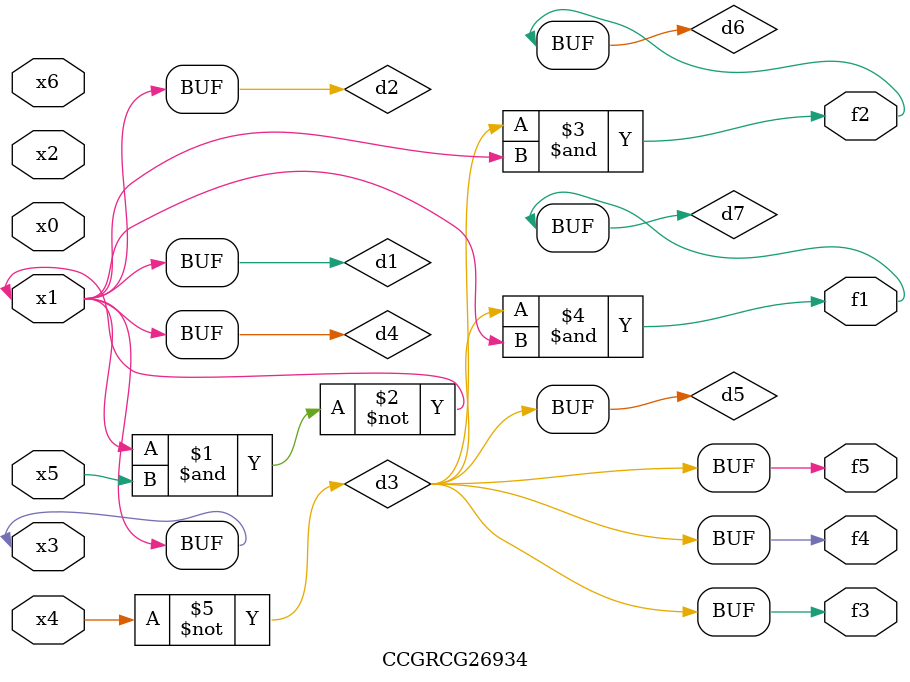
<source format=v>
module CCGRCG26934(
	input x0, x1, x2, x3, x4, x5, x6,
	output f1, f2, f3, f4, f5
);

	wire d1, d2, d3, d4, d5, d6, d7;

	buf (d1, x1, x3);
	nand (d2, x1, x5);
	not (d3, x4);
	buf (d4, d1, d2);
	buf (d5, d3);
	and (d6, d3, d4);
	and (d7, d3, d4);
	assign f1 = d7;
	assign f2 = d6;
	assign f3 = d5;
	assign f4 = d5;
	assign f5 = d5;
endmodule

</source>
